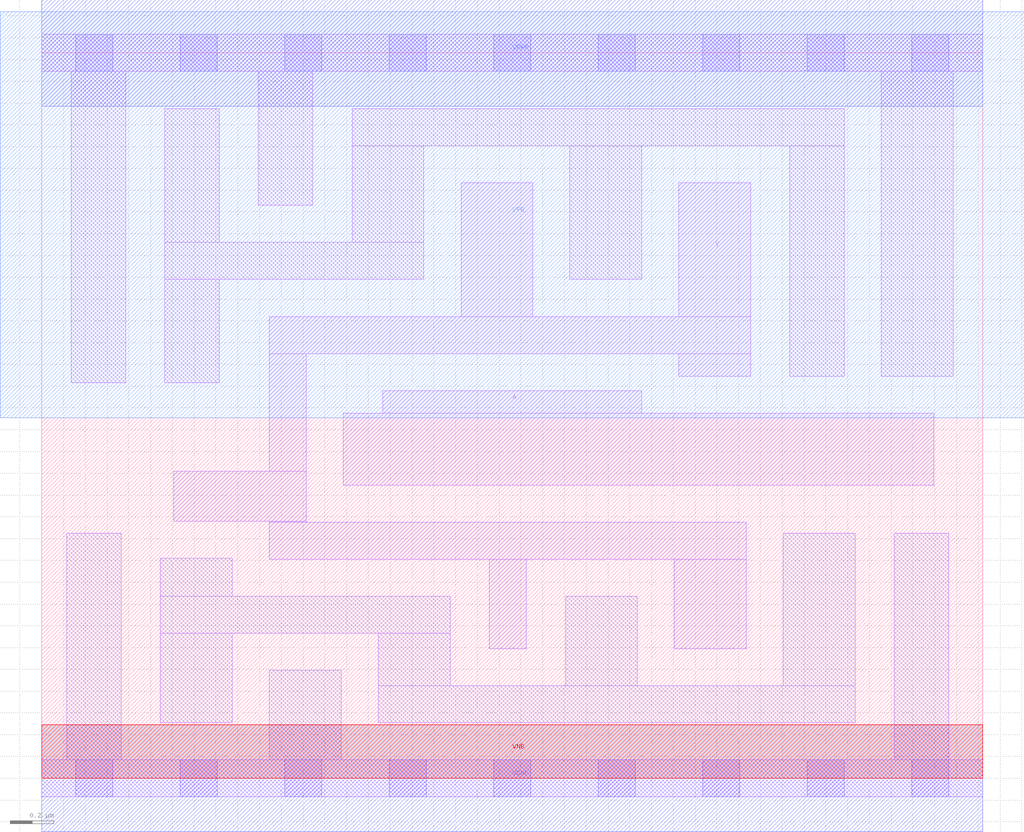
<source format=lef>
# Copyright 2020 The SkyWater PDK Authors
#
# Licensed under the Apache License, Version 2.0 (the "License");
# you may not use this file except in compliance with the License.
# You may obtain a copy of the License at
#
#     https://www.apache.org/licenses/LICENSE-2.0
#
# Unless required by applicable law or agreed to in writing, software
# distributed under the License is distributed on an "AS IS" BASIS,
# WITHOUT WARRANTIES OR CONDITIONS OF ANY KIND, either express or implied.
# See the License for the specific language governing permissions and
# limitations under the License.
#
# SPDX-License-Identifier: Apache-2.0

VERSION 5.7 ;
  NOWIREEXTENSIONATPIN ON ;
  DIVIDERCHAR "/" ;
  BUSBITCHARS "[]" ;
MACRO sky130_fd_sc_lp__invlp_4
  CLASS CORE ;
  FOREIGN sky130_fd_sc_lp__invlp_4 ;
  ORIGIN  0.000000  0.000000 ;
  SIZE  4.320000 BY  3.330000 ;
  SYMMETRY X Y R90 ;
  SITE unit ;
  PIN A
    ANTENNAGATEAREA  2.520000 ;
    DIRECTION INPUT ;
    USE SIGNAL ;
    PORT
      LAYER li1 ;
        RECT 1.385000 1.345000 4.095000 1.675000 ;
        RECT 1.565000 1.675000 2.755000 1.780000 ;
    END
  END A
  PIN Y
    ANTENNADIFFAREA  1.411200 ;
    DIRECTION OUTPUT ;
    USE SIGNAL ;
    PORT
      LAYER li1 ;
        RECT 0.605000 1.180000 1.215000 1.410000 ;
        RECT 1.045000 1.005000 3.235000 1.175000 ;
        RECT 1.045000 1.175000 1.215000 1.180000 ;
        RECT 1.045000 1.410000 1.215000 1.950000 ;
        RECT 1.045000 1.950000 3.255000 2.120000 ;
        RECT 1.925000 2.120000 2.255000 2.735000 ;
        RECT 2.055000 0.595000 2.225000 1.005000 ;
        RECT 2.905000 0.595000 3.235000 1.005000 ;
        RECT 2.925000 1.845000 3.255000 1.950000 ;
        RECT 2.925000 2.120000 3.255000 2.735000 ;
    END
  END Y
  PIN VGND
    DIRECTION INOUT ;
    USE GROUND ;
    PORT
      LAYER met1 ;
        RECT 0.000000 -0.245000 4.320000 0.245000 ;
    END
  END VGND
  PIN VNB
    DIRECTION INOUT ;
    USE GROUND ;
    PORT
      LAYER pwell ;
        RECT 0.000000 0.000000 4.320000 0.245000 ;
    END
  END VNB
  PIN VPB
    DIRECTION INOUT ;
    USE POWER ;
    PORT
      LAYER nwell ;
        RECT -0.190000 1.655000 4.510000 3.520000 ;
    END
  END VPB
  PIN VPWR
    DIRECTION INOUT ;
    USE POWER ;
    PORT
      LAYER met1 ;
        RECT 0.000000 3.085000 4.320000 3.575000 ;
    END
  END VPWR
  OBS
    LAYER li1 ;
      RECT 0.000000 -0.085000 4.320000 0.085000 ;
      RECT 0.000000  3.245000 4.320000 3.415000 ;
      RECT 0.115000  0.085000 0.365000 1.125000 ;
      RECT 0.135000  1.815000 0.385000 3.245000 ;
      RECT 0.545000  0.255000 0.875000 0.665000 ;
      RECT 0.545000  0.665000 1.875000 0.835000 ;
      RECT 0.545000  0.835000 0.875000 1.010000 ;
      RECT 0.565000  1.815000 0.815000 2.290000 ;
      RECT 0.565000  2.290000 1.755000 2.460000 ;
      RECT 0.565000  2.460000 0.815000 3.075000 ;
      RECT 0.995000  2.630000 1.245000 3.245000 ;
      RECT 1.045000  0.085000 1.375000 0.495000 ;
      RECT 1.425000  2.460000 1.755000 2.905000 ;
      RECT 1.425000  2.905000 3.685000 3.075000 ;
      RECT 1.545000  0.255000 3.735000 0.425000 ;
      RECT 1.545000  0.425000 1.875000 0.665000 ;
      RECT 2.405000  0.425000 2.735000 0.835000 ;
      RECT 2.425000  2.290000 2.755000 2.905000 ;
      RECT 3.405000  0.425000 3.735000 1.125000 ;
      RECT 3.435000  1.845000 3.685000 2.905000 ;
      RECT 3.855000  1.845000 4.185000 3.245000 ;
      RECT 3.915000  0.085000 4.165000 1.125000 ;
    LAYER mcon ;
      RECT 0.155000 -0.085000 0.325000 0.085000 ;
      RECT 0.155000  3.245000 0.325000 3.415000 ;
      RECT 0.635000 -0.085000 0.805000 0.085000 ;
      RECT 0.635000  3.245000 0.805000 3.415000 ;
      RECT 1.115000 -0.085000 1.285000 0.085000 ;
      RECT 1.115000  3.245000 1.285000 3.415000 ;
      RECT 1.595000 -0.085000 1.765000 0.085000 ;
      RECT 1.595000  3.245000 1.765000 3.415000 ;
      RECT 2.075000 -0.085000 2.245000 0.085000 ;
      RECT 2.075000  3.245000 2.245000 3.415000 ;
      RECT 2.555000 -0.085000 2.725000 0.085000 ;
      RECT 2.555000  3.245000 2.725000 3.415000 ;
      RECT 3.035000 -0.085000 3.205000 0.085000 ;
      RECT 3.035000  3.245000 3.205000 3.415000 ;
      RECT 3.515000 -0.085000 3.685000 0.085000 ;
      RECT 3.515000  3.245000 3.685000 3.415000 ;
      RECT 3.995000 -0.085000 4.165000 0.085000 ;
      RECT 3.995000  3.245000 4.165000 3.415000 ;
  END
END sky130_fd_sc_lp__invlp_4
END LIBRARY

</source>
